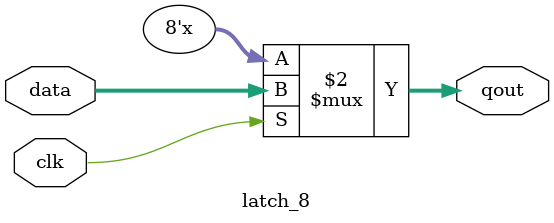
<source format=v>
module latch_8(qout,data,clk);
input [7:0] data;
output [7:0] qout;
input clk;
reg [7:0] qout;
always @(clk or data) begin
    if (clk)
        qout <= data;
end

endmodule

</source>
